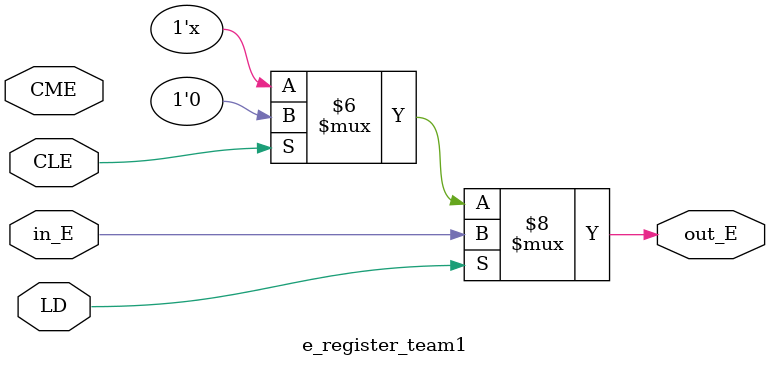
<source format=v>


module AC_reg_team1 #(parameter size = 16) 
(
output reg [15:0]out_AC,
input [15:0]in_AC,
input clk ,
input LD ,
input INR,
input RST_AC,
input CLR_GLOBAL
);

always @(LD or RST_AC or INR or CLR_GLOBAL) begin

	if (RST_AC | CLR_GLOBAL )  begin
		out_AC <= {size{1'b0}};
	end
	else if (LD)  begin
		out_AC <= in_AC ;

	end
	else if (INR) begin
		out_AC <= out_AC + 1;
	end

end

endmodule


module ACC_team1(LD, INR, CLR, T, D, B, I);

	output LD, INR, CLR;
	input[15:0] T;
	input [7:0] D;
	input[11:0] B;
	input I;
	wire r, p;


	assign p = D[7] & I & T[3];
	assign r = D[7] & ~I & T[3];
	
	//AND = D[0] & T[5];  
	//ADD = T[5] & D[1];
	//DR = T[5] & D[2];
	//COM = B[9] & r;
	//SHL = B[6] & r;
	//SHR = B[7] & r;
	//INPR = B[11] & p;

	assign INR = r & T[3] & B[5];
	assign LD =( D[0] & T[5] | T[5] & D[1] | T[5] & D[2] | B[6] & r & T[3] | B[7] & r & T[3]| B[9] & r & T[3] | B[11] & p );  
    	assign CLR = r & B[11]; 
endmodule









module e_register_team1 (
input in_E ,
output reg out_E ,
input CLE , CME ,
input LD
);

always @(*) begin

    if (CLE) begin
        out_E <= 0;
    end else if (CME) begin
        out_E <= ~out_E;
	end
    if (LD) begin 
	out_E <= in_E;
	end
end
endmodule



// CLE  implementation 
//HLT make sure it existed .
</source>
